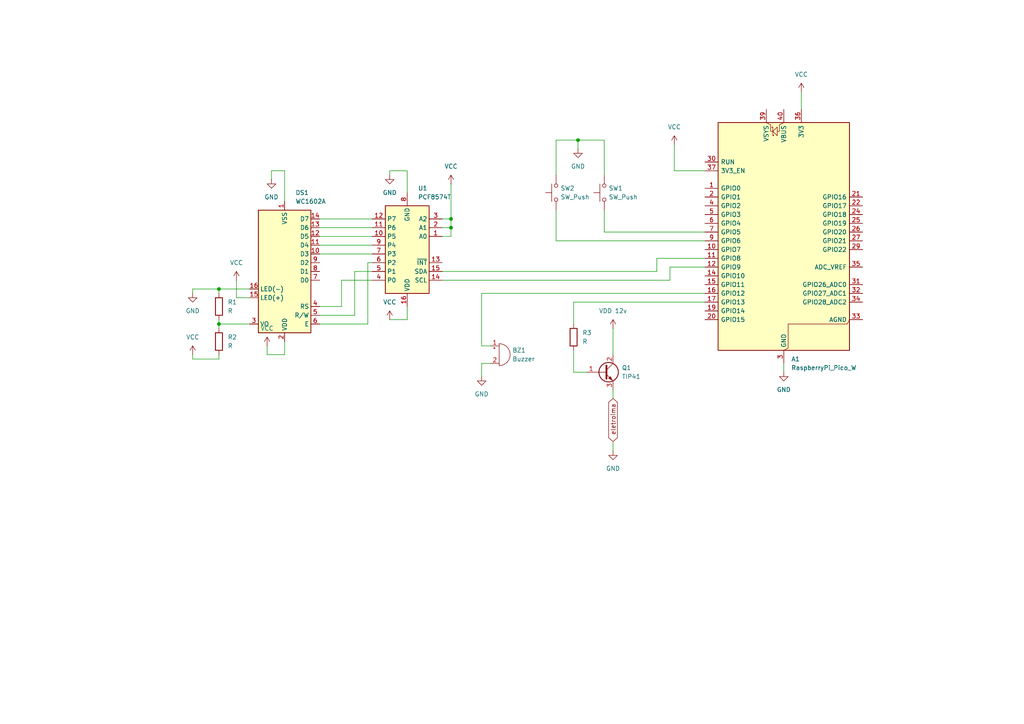
<source format=kicad_sch>
(kicad_sch (version 20250114) (generator "eeschema") (generator_version "9.0")
  (paper "A4")
  (title_block (title "controle XYZ") (date "2025-10-04") (rev "rev1") (company "Cepedi"))
  (lib_symbols
    (symbol "Device:Buzzer" (pin_names (offset 0.0254) (hide yes))
      (property "Reference" "BZ" (at 3.81 1.27 0))
      (property "Value" "Buzzer" (at 3.81 -1.27 0))
      (symbol "Buzzer_0_1"
        (polyline (pts (xy -1.651 1.905) (xy -1.143 1.905)))
        (polyline (pts (xy -1.397 2.159) (xy -1.397 1.651)))
        (arc (start 0 3.175) (mid 3.1612 0) (end 0 -3.175))
        (polyline (pts (xy 0 3.175) (xy 0 -3.175)))
      )
      (symbol "Buzzer_1_1"
        (pin passive line (at -2.54 2.54 0) (length 2.54) (name "+") (number "1"))
        (pin passive line (at -2.54 -2.54 0) (length 2.54) (name "-") (number "2"))
      )
    )
    (symbol "Device:R" (pin_numbers (hide yes)) (pin_names (offset 0))
      (property "Reference" "R" (at 2.032 0 90))
      (property "Value" "R" (at 0 0 90))
      (symbol "R_0_1"
        (rectangle (start -1.016 -2.54) (end 1.016 2.54) (stroke (width 0.254)))
      )
      (symbol "R_1_1"
        (pin passive line (at 0 3.81 270) (length 1.27) (name "~") (number "1"))
        (pin passive line (at 0 -3.81 90) (length 1.27) (name "~") (number "2"))
      )
    )
    (symbol "Display_Character:WC1602A"
      (property "Reference" "DS" (at -5.842 19.05 0))
      (property "Value" "WC1602A" (at 5.334 19.05 0))
      (symbol "WC1602A_1_1"
        (rectangle (start -7.62 17.78) (end 7.62 -17.78) (stroke (width 0.254)) (fill (type background)))
        (pin input line (at -10.16 15.24 0) (length 2.54) (name "E") (number "6"))
        (pin input line (at -10.16 12.7 0) (length 2.54) (name "R/W") (number "5"))
        (pin input line (at -10.16 10.16 0) (length 2.54) (name "RS") (number "4"))
        (pin input line (at -10.16 2.54 0) (length 2.54) (name "D0") (number "7"))
        (pin input line (at -10.16 0 0) (length 2.54) (name "D1") (number "8"))
        (pin input line (at -10.16 -2.54 0) (length 2.54) (name "D2") (number "9"))
        (pin input line (at -10.16 -5.08 0) (length 2.54) (name "D3") (number "10"))
        (pin input line (at -10.16 -7.62 0) (length 2.54) (name "D4") (number "11"))
        (pin input line (at -10.16 -10.16 0) (length 2.54) (name "D5") (number "12"))
        (pin input line (at -10.16 -12.7 0) (length 2.54) (name "D6") (number "13"))
        (pin input line (at -10.16 -15.24 0) (length 2.54) (name "D7") (number "14"))
        (pin power_in line (at 0 20.32 270) (length 2.54) (name "VDD") (number "2"))
        (pin power_in line (at 0 -20.32 90) (length 2.54) (name "VSS") (number "1"))
        (pin input line (at 10.16 15.24 180) (length 2.54) (name "VO") (number "3"))
        (pin power_in line (at 10.16 7.62 180) (length 2.54) (name "LED(+)") (number "15"))
        (pin power_in line (at 10.16 5.08 180) (length 2.54) (name "LED(-)") (number "16"))
      )
    )
    (symbol "Interface_Expansion:PCF8574T"
      (property "Reference" "U" (at -6.35 12.954 0))
      (property "Value" "PCF8574T" (at 3.048 12.954 0))
      (symbol "PCF8574T_0_1"
        (rectangle (start -6.35 -13.97) (end 6.35 11.43) (stroke (width 0.254)) (fill (type background)))
      )
      (symbol "PCF8574T_1_1"
        (pin input line (at -10.16 7.62 0) (length 3.81) (name "SCL") (number "14"))
        (pin bidirectional line (at -10.16 5.08 0) (length 3.81) (name "SDA") (number "15"))
        (pin open_collector line (at -10.16 2.54 0) (length 3.81) (name "~{INT}") (number "13"))
        (pin input line (at -10.16 -5.08 0) (length 3.81) (name "A0") (number "1"))
        (pin input line (at -10.16 -7.62 0) (length 3.81) (name "A1") (number "2"))
        (pin input line (at -10.16 -10.16 0) (length 3.81) (name "A2") (number "3"))
        (pin power_in line (at 0 15.24 270) (length 3.81) (name "VDD") (number "16"))
        (pin power_in line (at 0 -17.78 90) (length 3.81) (name "GND") (number "8"))
        (pin bidirectional line (at 10.16 7.62 180) (length 3.81) (name "P0") (number "4"))
        (pin bidirectional line (at 10.16 5.08 180) (length 3.81) (name "P1") (number "5"))
        (pin bidirectional line (at 10.16 2.54 180) (length 3.81) (name "P2") (number "6"))
        (pin bidirectional line (at 10.16 0 180) (length 3.81) (name "P3") (number "7"))
        (pin bidirectional line (at 10.16 -2.54 180) (length 3.81) (name "P4") (number "9"))
        (pin bidirectional line (at 10.16 -5.08 180) (length 3.81) (name "P5") (number "10"))
        (pin bidirectional line (at 10.16 -7.62 180) (length 3.81) (name "P6") (number "11"))
        (pin bidirectional line (at 10.16 -10.16 180) (length 3.81) (name "P7") (number "12"))
      )
    )
    (symbol "MCU_Module:RaspberryPi_Pico_W" (pin_names (offset 0.762))
      (property "Reference" "A" (at -19.05 35.56 0))
      (property "Value" "RaspberryPi_Pico_W" (at 7.62 35.56 0))
      (symbol "RaspberryPi_Pico_W_0_1"
        (rectangle (start -19.05 34.29) (end 19.05 -31.75) (stroke (width 0.254)) (fill (type background)))
        (polyline (pts (xy -5.08 34.29) (xy -3.81 33.655) (xy -3.81 31.75) (xy -3.175 31.75)))
        (polyline (pts (xy -3.429 32.766) (xy -3.429 33.02) (xy -3.175 33.02) (xy -3.175 30.48) (xy -2.921 30.48) (xy -2.921 30.734)))
        (polyline (pts (xy -3.175 31.75) (xy -1.905 33.02) (xy -1.905 30.48) (xy -3.175 31.75)))
        (polyline (pts (xy 0 34.29) (xy -1.27 33.655) (xy -1.27 31.75) (xy -1.905 31.75)))
        (polyline (pts (xy 0 -31.75) (xy 1.27 -31.115) (xy 1.27 -24.13) (xy 18.415 -24.13) (xy 19.05 -22.86)))
      )
      (symbol "RaspberryPi_Pico_W_1_1"
        (pin passive line (at -22.86 22.86 0) (length 3.81) (name "RUN") (number "30"))
        (pin passive line (at -22.86 20.32 0) (length 3.81) (name "3V3_EN") (number "37"))
        (pin bidirectional line (at -22.86 15.24 0) (length 3.81) (name "GPIO0") (number "1"))
        (pin bidirectional line (at -22.86 12.7 0) (length 3.81) (name "GPIO1") (number "2"))
        (pin bidirectional line (at -22.86 10.16 0) (length 3.81) (name "GPIO2") (number "4"))
        (pin bidirectional line (at -22.86 7.62 0) (length 3.81) (name "GPIO3") (number "5"))
        (pin bidirectional line (at -22.86 5.08 0) (length 3.81) (name "GPIO4") (number "6"))
        (pin bidirectional line (at -22.86 2.54 0) (length 3.81) (name "GPIO5") (number "7"))
        (pin bidirectional line (at -22.86 0 0) (length 3.81) (name "GPIO6") (number "9"))
        (pin bidirectional line (at -22.86 -2.54 0) (length 3.81) (name "GPIO7") (number "10"))
        (pin bidirectional line (at -22.86 -5.08 0) (length 3.81) (name "GPIO8") (number "11"))
        (pin bidirectional line (at -22.86 -7.62 0) (length 3.81) (name "GPIO9") (number "12"))
        (pin bidirectional line (at -22.86 -10.16 0) (length 3.81) (name "GPIO10") (number "14"))
        (pin bidirectional line (at -22.86 -12.7 0) (length 3.81) (name "GPIO11") (number "15"))
        (pin bidirectional line (at -22.86 -15.24 0) (length 3.81) (name "GPIO12") (number "16"))
        (pin bidirectional line (at -22.86 -17.78 0) (length 3.81) (name "GPIO13") (number "17"))
        (pin bidirectional line (at -22.86 -20.32 0) (length 3.81) (name "GPIO14") (number "19"))
        (pin bidirectional line (at -22.86 -22.86 0) (length 3.81) (name "GPIO15") (number "20"))
        (pin power_in line (at -5.08 38.1 270) (length 3.81) (name "VSYS") (number "39"))
        (pin power_out line (at 0 38.1 270) (length 3.81) (name "VBUS") (number "40"))
        (pin passive line (at 0 -35.56 90) (length 3.81) (hide yes) (name "GND") (number "13"))
        (pin passive line (at 0 -35.56 90) (length 3.81) (hide yes) (name "GND") (number "18"))
        (pin passive line (at 0 -35.56 90) (length 3.81) (hide yes) (name "GND") (number "23"))
        (pin passive line (at 0 -35.56 90) (length 3.81) (hide yes) (name "GND") (number "28"))
        (pin power_out line (at 0 -35.56 90) (length 3.81) (name "GND") (number "3"))
        (pin passive line (at 0 -35.56 90) (length 3.81) (hide yes) (name "GND") (number "38"))
        (pin passive line (at 0 -35.56 90) (length 3.81) (hide yes) (name "GND") (number "8"))
        (pin power_out line (at 5.08 38.1 270) (length 3.81) (name "3V3") (number "36"))
        (pin bidirectional line (at 22.86 12.7 180) (length 3.81) (name "GPIO16") (number "21"))
        (pin bidirectional line (at 22.86 10.16 180) (length 3.81) (name "GPIO17") (number "22"))
        (pin bidirectional line (at 22.86 7.62 180) (length 3.81) (name "GPIO18") (number "24"))
        (pin bidirectional line (at 22.86 5.08 180) (length 3.81) (name "GPIO19") (number "25"))
        (pin bidirectional line (at 22.86 2.54 180) (length 3.81) (name "GPIO20") (number "26"))
        (pin bidirectional line (at 22.86 0 180) (length 3.81) (name "GPIO21") (number "27"))
        (pin bidirectional line (at 22.86 -2.54 180) (length 3.81) (name "GPIO22") (number "29"))
        (pin power_in line (at 22.86 -7.62 180) (length 3.81) (name "ADC_VREF") (number "35"))
        (pin bidirectional line (at 22.86 -12.7 180) (length 3.81) (name "GPIO26_ADC0") (number "31"))
        (pin bidirectional line (at 22.86 -15.24 180) (length 3.81) (name "GPIO27_ADC1") (number "32"))
        (pin bidirectional line (at 22.86 -17.78 180) (length 3.81) (name "GPIO28_ADC2") (number "34"))
        (pin power_out line (at 22.86 -22.86 180) (length 3.81) (name "AGND") (number "33"))
      )
    )
    (symbol "Switch:SW_Push" (pin_numbers (hide yes)) (pin_names (offset 1.016) (hide yes))
      (property "Reference" "SW" (at 1.27 2.54 0))
      (property "Value" "SW_Push" (at 0 -1.524 0))
      (symbol "SW_Push_0_1"
        (circle (center -2.032 0) (radius 0.508))
        (polyline (pts (xy 0 1.27) (xy 0 3.048)))
        (circle (center 2.032 0) (radius 0.508))
        (polyline (pts (xy 2.54 1.27) (xy -2.54 1.27)))
        (pin passive line (at -5.08 0 0) (length 2.54) (name "1") (number "1"))
        (pin passive line (at 5.08 0 180) (length 2.54) (name "2") (number "2"))
      )
    )
    (symbol "Transistor_BJT:TIP41" (pin_names (offset 0) (hide yes))
      (property "Reference" "Q" (at 6.35 1.905 0))
      (property "Value" "TIP41" (at 6.35 0 0))
      (symbol "TIP41_0_1"
        (polyline (pts (xy -2.54 0) (xy 0.635 0)))
        (polyline (pts (xy 0.635 1.905) (xy 0.635 -1.905)) (stroke (width 0.508)))
        (circle (center 1.27 0) (radius 2.8194) (stroke (width 0.254)))
      )
      (symbol "TIP41_1_1"
        (polyline (pts (xy 0.635 0.635) (xy 2.54 2.54)))
        (polyline (pts (xy 0.635 -0.635) (xy 2.54 -2.54)))
        (polyline (pts (xy 1.27 -1.778) (xy 1.778 -1.27) (xy 2.286 -2.286) (xy 1.27 -1.778)) (fill (type outline)))
        (pin input line (at -5.08 0 0) (length 2.54) (name "B") (number "1"))
        (pin passive line (at 2.54 5.08 270) (length 2.54) (name "C") (number "2"))
        (pin passive line (at 2.54 -5.08 90) (length 2.54) (name "E") (number "3"))
      )
    )
    (symbol "power:GND" (power) (pin_numbers (hide yes)) (pin_names (offset 0) (hide yes))
      (property "Value" "GND" (at 0 -3.81 0))
      (symbol "GND_0_1"
        (polyline (pts (xy 0 0) (xy 0 -1.27) (xy 1.27 -1.27) (xy 0 -2.54) (xy -1.27 -1.27) (xy 0 -1.27)))
      )
      (symbol "GND_1_1"
        (pin power_in line (at 0 0 270) (length 0) (name "~") (number "1"))
      )
    )
    (symbol "power:VCC" (power) (pin_numbers (hide yes)) (pin_names (offset 0) (hide yes))
      (property "Value" "VCC" (at 0 3.556 0))
      (symbol "VCC_0_1"
        (polyline (pts (xy -0.762 1.27) (xy 0 2.54)))
        (polyline (pts (xy 0 2.54) (xy 0.762 1.27)))
        (polyline (pts (xy 0 0) (xy 0 2.54)))
      )
      (symbol "VCC_1_1"
        (pin power_in line (at 0 0 90) (length 0) (name "~") (number "1"))
      )
    )
    (symbol "power:VDD" (power) (pin_numbers (hide yes)) (pin_names (offset 0) (hide yes))
      (property "Value" "VDD" (at 0 3.556 0))
      (symbol "VDD_0_1"
        (polyline (pts (xy -0.762 1.27) (xy 0 2.54)))
        (polyline (pts (xy 0 2.54) (xy 0.762 1.27)))
        (polyline (pts (xy 0 0) (xy 0 2.54)))
      )
      (symbol "VDD_1_1"
        (pin power_in line (at 0 0 90) (length 0) (name "~") (number "1"))
      )
    )
  )
  (junction (at 167.64 40.64))
  (junction (at 63.5 83.82))
  (junction (at 63.5 93.98))
  (junction (at 130.81 66.04))
  (junction (at 130.81 63.5))
  (wire (pts (xy 102.87 78.74) (xy 102.87 91.44)))
  (wire (pts (xy 107.95 78.74) (xy 102.87 78.74)))
  (wire (pts (xy 204.47 85.09) (xy 139.7 85.09)))
  (wire (pts (xy 106.68 76.2) (xy 106.68 93.98)))
  (wire (pts (xy 204.47 87.63) (xy 166.37 87.63)))
  (wire (pts (xy 166.37 101.6) (xy 166.37 107.95)))
  (wire (pts (xy 177.8 128.27) (xy 177.8 130.81)))
  (wire (pts (xy 194.31 81.28) (xy 128.27 81.28)))
  (wire (pts (xy 161.29 69.85) (xy 161.29 60.96)))
  (wire (pts (xy 63.5 93.98) (xy 72.39 93.98)))
  (wire (pts (xy 128.27 63.5) (xy 130.81 63.5)))
  (wire (pts (xy 195.58 49.53) (xy 204.47 49.53)))
  (wire (pts (xy 118.11 88.9) (xy 118.11 92.71)))
  (wire (pts (xy 99.06 81.28) (xy 99.06 88.9)))
  (wire (pts (xy 78.74 49.53) (xy 78.74 52.07)))
  (wire (pts (xy 102.87 91.44) (xy 92.71 91.44)))
  (wire (pts (xy 167.64 40.64) (xy 161.29 40.64)))
  (wire (pts (xy 204.47 67.31) (xy 175.26 67.31)))
  (wire (pts (xy 63.5 92.71) (xy 63.5 93.98)))
  (wire (pts (xy 92.71 68.58) (xy 107.95 68.58)))
  (wire (pts (xy 130.81 68.58) (xy 130.81 66.04)))
  (wire (pts (xy 130.81 53.34) (xy 130.81 63.5)))
  (wire (pts (xy 107.95 81.28) (xy 99.06 81.28)))
  (wire (pts (xy 139.7 105.41) (xy 139.7 109.22)))
  (wire (pts (xy 63.5 83.82) (xy 55.88 83.82)))
  (wire (pts (xy 63.5 83.82) (xy 63.5 85.09)))
  (wire (pts (xy 55.88 102.87) (xy 55.88 104.14)))
  (wire (pts (xy 195.58 41.91) (xy 195.58 49.53)))
  (wire (pts (xy 167.64 40.64) (xy 167.64 43.18)))
  (wire (pts (xy 107.95 76.2) (xy 106.68 76.2)))
  (wire (pts (xy 204.47 77.47) (xy 194.31 77.47)))
  (wire (pts (xy 177.8 113.03) (xy 177.8 115.57)))
  (wire (pts (xy 166.37 107.95) (xy 170.18 107.95)))
  (wire (pts (xy 82.55 58.42) (xy 82.55 49.53)))
  (wire (pts (xy 232.41 26.67) (xy 232.41 31.75)))
  (wire (pts (xy 106.68 93.98) (xy 92.71 93.98)))
  (wire (pts (xy 190.5 74.93) (xy 204.47 74.93)))
  (wire (pts (xy 161.29 40.64) (xy 161.29 50.8)))
  (wire (pts (xy 175.26 40.64) (xy 167.64 40.64)))
  (wire (pts (xy 130.81 63.5) (xy 130.81 66.04)))
  (wire (pts (xy 113.03 49.53) (xy 113.03 50.8)))
  (wire (pts (xy 142.24 105.41) (xy 139.7 105.41)))
  (wire (pts (xy 128.27 68.58) (xy 130.81 68.58)))
  (wire (pts (xy 55.88 83.82) (xy 55.88 85.09)))
  (wire (pts (xy 92.71 63.5) (xy 107.95 63.5)))
  (wire (pts (xy 63.5 93.98) (xy 63.5 95.25)))
  (wire (pts (xy 177.8 95.25) (xy 177.8 102.87)))
  (wire (pts (xy 68.58 86.36) (xy 68.58 81.28)))
  (wire (pts (xy 82.55 102.87) (xy 82.55 99.06)))
  (wire (pts (xy 92.71 71.12) (xy 107.95 71.12)))
  (wire (pts (xy 204.47 69.85) (xy 161.29 69.85)))
  (wire (pts (xy 128.27 78.74) (xy 190.5 78.74)))
  (wire (pts (xy 139.7 85.09) (xy 139.7 100.33)))
  (wire (pts (xy 55.88 104.14) (xy 63.5 104.14)))
  (wire (pts (xy 99.06 88.9) (xy 92.71 88.9)))
  (wire (pts (xy 175.26 67.31) (xy 175.26 60.96)))
  (wire (pts (xy 194.31 77.47) (xy 194.31 81.28)))
  (wire (pts (xy 113.03 49.53) (xy 118.11 49.53)))
  (wire (pts (xy 77.47 100.33) (xy 77.47 102.87)))
  (wire (pts (xy 175.26 50.8) (xy 175.26 40.64)))
  (wire (pts (xy 118.11 92.71) (xy 113.03 92.71)))
  (wire (pts (xy 166.37 87.63) (xy 166.37 93.98)))
  (wire (pts (xy 227.33 105.41) (xy 227.33 107.95)))
  (wire (pts (xy 82.55 49.53) (xy 78.74 49.53)))
  (wire (pts (xy 72.39 86.36) (xy 68.58 86.36)))
  (wire (pts (xy 190.5 78.74) (xy 190.5 74.93)))
  (wire (pts (xy 72.39 83.82) (xy 63.5 83.82)))
  (wire (pts (xy 77.47 102.87) (xy 82.55 102.87)))
  (wire (pts (xy 128.27 66.04) (xy 130.81 66.04)))
  (wire (pts (xy 92.71 73.66) (xy 107.95 73.66)))
  (wire (pts (xy 92.71 66.04) (xy 107.95 66.04)))
  (wire (pts (xy 118.11 49.53) (xy 118.11 55.88)))
  (wire (pts (xy 63.5 104.14) (xy 63.5 102.87)))
  (wire (pts (xy 139.7 100.33) (xy 142.24 100.33)))
  (global_label "eletroima" (shape bidirectional) (at 177.8 115.57 270) (property "Intersheetrefs" "${INTERSHEET_REFS}" (effects (hide yes))))
  (symbol (lib_id "power:GND") (at 78.74 52.07 0) (unit 1)
    (property "Reference" "#PWR03" (effects (hide yes)))
    (property "Value" "GND" (at 78.74 57.15 0))
    (property "Description" "Power symbol creates a global label with name \"GND\" , ground" (effects (hide yes)))
  )
  (symbol (lib_id "power:VCC") (at 130.81 53.34 0) (unit 1)
    (property "Reference" "#PWR09" (effects (hide yes)))
    (property "Value" "VCC" (at 130.81 48.26 0))
    (property "Description" "Power symbol creates a global label with name \"VCC\"" (effects (hide yes)))
  )
  (symbol (lib_id "Transistor_BJT:TIP41") (at 175.26 107.95 0) (unit 1)
    (property "Reference" "Q1" (at 180.34 106.6799 0) (effects (justify left)))
    (property "Value" "TIP41" (at 180.34 109.2199 0) (effects (justify left)))
    (property "Footprint" "Package_TO_SOT_THT:TO-220-3_Vertical" (effects (hide yes)))
    (property "Datasheet" "https://www.centralsemi.com/get_document.php?cmp=1&mergetype=pd&mergepath=pd&pdf_id=tip41.PDF" (effects (hide yes)))
    (property "Description" "6A Ic, 40V Vce, Power NPN Transistor, TO-220" (effects (hide yes)))
  )
  (symbol (lib_id "power:GND") (at 227.33 107.95 0) (unit 1)
    (property "Reference" "#PWR010" (effects (hide yes)))
    (property "Value" "GND" (at 227.33 113.03 0))
    (property "Description" "Power symbol creates a global label with name \"GND\" , ground" (effects (hide yes)))
  )
  (symbol (lib_id "Switch:SW_Push") (at 175.26 55.88 90) (unit 1)
    (property "Reference" "SW1" (at 176.53 54.6099 90) (effects (justify right)))
    (property "Value" "SW_Push" (at 176.53 57.1499 90) (effects (justify right)))
    (property "Description" "Push button switch, generic, two pins" (effects (hide yes)))
  )
  (symbol (lib_id "Interface_Expansion:PCF8574T") (at 118.11 73.66 180) (unit 1)
    (property "Reference" "U1" (at 121.2281 54.61 0) (effects (justify right)))
    (property "Value" "PCF8574T" (at 121.2281 57.15 0) (effects (justify right)))
    (property "Footprint" "Package_SO:SOIC-16W_7.5x10.3mm_P1.27mm" (effects (hide yes)))
    (property "Datasheet" "http://www.nxp.com/docs/en/data-sheet/PCF8574_PCF8574A.pdf" (effects (hide yes)))
    (property "Description" "8 Bit Port/Expander to I2C Bus, fixed address bits 0b0100, SOIC-16" (effects (hide yes)))
  )
  (symbol (lib_id "power:VCC") (at 232.41 26.67 0) (unit 1)
    (property "Reference" "#PWR011" (effects (hide yes)))
    (property "Value" "VCC" (at 232.41 21.59 0))
    (property "Description" "Power symbol creates a global label with name \"VCC\"" (effects (hide yes)))
  )
  (symbol (lib_id "Device:R") (at 63.5 99.06 0) (unit 1)
    (property "Reference" "R2" (at 66.04 97.7899 0) (effects (justify left)))
    (property "Value" "R" (at 66.04 100.3299 0) (effects (justify left)))
    (property "Description" "Resistor" (effects (hide yes)))
  )
  (symbol (lib_id "power:VCC") (at 55.88 102.87 0) (unit 1)
    (property "Reference" "#PWR07" (effects (hide yes)))
    (property "Value" "VCC" (at 55.88 97.79 0))
    (property "Description" "Power symbol creates a global label with name \"VCC\"" (effects (hide yes)))
  )
  (symbol (lib_id "Device:Buzzer") (at 144.78 102.87 0) (unit 1)
    (property "Reference" "BZ1" (at 148.59 101.5999 0) (effects (justify left)))
    (property "Value" "Buzzer" (at 148.59 104.1399 0) (effects (justify left)))
    (property "Description" "Buzzer, polarized" (effects (hide yes)))
  )
  (symbol (lib_id "power:VCC") (at 68.58 81.28 0) (unit 1)
    (property "Reference" "#PWR08" (effects (hide yes)))
    (property "Value" "VCC" (at 68.58 76.2 0))
    (property "Description" "Power symbol creates a global label with name \"VCC\"" (effects (hide yes)))
  )
  (symbol (lib_id "Device:R") (at 63.5 88.9 0) (unit 1)
    (property "Reference" "R1" (at 66.04 87.6299 0) (effects (justify left)))
    (property "Value" "R" (at 66.04 90.1699 0) (effects (justify left)))
    (property "Description" "Resistor" (effects (hide yes)))
  )
  (symbol (lib_id "MCU_Module:RaspberryPi_Pico_W") (at 227.33 69.85 0) (unit 1)
    (property "Reference" "A1" (at 229.4733 104.14 0) (effects (justify left)))
    (property "Value" "RaspberryPi_Pico_W" (at 229.4733 106.68 0) (effects (justify left)))
    (property "Footprint" "Module:RaspberryPi_Pico_W_SMD_HandSolder" (effects (hide yes)))
    (property "Datasheet" "https://datasheets.raspberrypi.com/picow/pico-w-datasheet.pdf" (effects (hide yes)))
    (property "Description" "Versatile and inexpensive wireless microcontroller module powered by RP2040 dual-core Arm Cortex-M0+ processor up to 133 MHz, 264kB SRAM, 2MB QSPI flash, Infineon CYW43439 2.4GHz 802.11n wireless LAN; also supports Raspberry Pi Pico 2 W" (effects (hide yes)))
  )
  (symbol (lib_id "power:VCC") (at 77.47 100.33 0) (unit 1)
    (property "Reference" "#PWR04" (effects (hide yes)))
    (property "Value" "VCC" (at 77.47 95.25 0))
    (property "Description" "Power symbol creates a global label with name \"VCC\"" (effects (hide yes)))
  )
  (symbol (lib_id "power:GND") (at 113.03 50.8 0) (unit 1)
    (property "Reference" "#PWR05" (effects (hide yes)))
    (property "Value" "GND" (at 113.03 55.88 0))
    (property "Description" "Power symbol creates a global label with name \"GND\" , ground" (effects (hide yes)))
  )
  (symbol (lib_id "power:GND") (at 139.7 109.22 0) (unit 1)
    (property "Reference" "#PWR015" (effects (hide yes)))
    (property "Value" "GND" (at 139.7 114.3 0))
    (property "Description" "Power symbol creates a global label with name \"GND\" , ground" (effects (hide yes)))
  )
  (symbol (lib_id "Display_Character:WC1602A") (at 82.55 78.74 180) (unit 1)
    (property "Reference" "DS1" (at 85.6681 55.88 0) (effects (justify right)))
    (property "Value" "WC1602A" (at 85.6681 58.42 0) (effects (justify right)))
    (property "Footprint" "Display:WC1602A" (effects (hide yes)))
    (property "Datasheet" "http://www.wincomlcd.com/pdf/WC1602A-SFYLYHTC06.pdf" (effects (hide yes)))
    (property "Description" "LCD 16x2 Alphanumeric , 8 bit parallel bus, 5V VDD" (effects (hide yes)))
  )
  (symbol (lib_id "power:VCC") (at 195.58 41.91 0) (unit 1)
    (property "Reference" "#PWR02" (effects (hide yes)))
    (property "Value" "VCC" (at 195.58 36.83 0))
    (property "Description" "Power symbol creates a global label with name \"VCC\"" (effects (hide yes)))
  )
  (symbol (lib_id "power:VDD") (at 177.8 95.25 0) (unit 1)
    (property "Reference" "#PWR013" (effects (hide yes)))
    (property "Value" "VDD 12v" (at 177.8 90.17 0))
    (property "Description" "Power symbol creates a global label with name \"VDD\"" (effects (hide yes)))
  )
  (symbol (lib_id "power:GND") (at 167.64 43.18 0) (unit 1)
    (property "Reference" "#PWR012" (effects (hide yes)))
    (property "Value" "GND" (at 167.64 48.26 0))
    (property "Description" "Power symbol creates a global label with name \"GND\" , ground" (effects (hide yes)))
  )
  (symbol (lib_id "power:VCC") (at 113.03 92.71 0) (unit 1)
    (property "Reference" "#PWR01" (effects (hide yes)))
    (property "Value" "VCC" (at 113.03 87.63 0))
    (property "Description" "Power symbol creates a global label with name \"VCC\"" (effects (hide yes)))
  )
  (symbol (lib_id "power:GND") (at 177.8 130.81 0) (unit 1)
    (property "Reference" "#PWR014" (effects (hide yes)))
    (property "Value" "GND" (at 177.8 135.89 0))
    (property "Description" "Power symbol creates a global label with name \"GND\" , ground" (effects (hide yes)))
  )
  (symbol (lib_id "power:GND") (at 55.88 85.09 0) (unit 1)
    (property "Reference" "#PWR06" (effects (hide yes)))
    (property "Value" "GND" (at 55.88 90.17 0))
    (property "Description" "Power symbol creates a global label with name \"GND\" , ground" (effects (hide yes)))
  )
  (symbol (lib_id "Switch:SW_Push") (at 161.29 55.88 90) (unit 1)
    (property "Reference" "SW2" (at 162.56 54.6099 90) (effects (justify right)))
    (property "Value" "SW_Push" (at 162.56 57.1499 90) (effects (justify right)))
    (property "Description" "Push button switch, generic, two pins" (effects (hide yes)))
  )
  (symbol (lib_id "Device:R") (at 166.37 97.79 0) (unit 1)
    (property "Reference" "R3" (at 168.91 96.5199 0) (effects (justify left)))
    (property "Value" "R" (at 168.91 99.0599 0) (effects (justify left)))
    (property "Description" "Resistor" (effects (hide yes)))
  )
)
</source>
